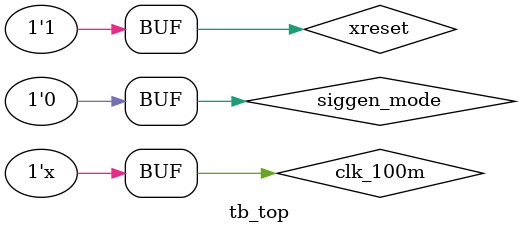
<source format=sv>
`timescale 1ps / 1ps

`define CYCLE_100M       10000  // 1 CYCLE 10.000ns

`default_nettype none

module tb_top;
  reg           clk_100m;
  reg           xreset;
  reg           siggen_mode;

  // ***** Parameter ******************************************************	  
  localparam  H_RAMP_MODE = 1'b0;
  localparam  V_RAMP_MODE = 1'b1;

  initial begin
    clk_100m = 1'b1;
    xreset = 1'b0;
    siggen_mode = H_RAMP_MODE;

    #1000000;

    xreset = 1'b1;
  end

  // ===== Generate Clock =================================================
  always #(`CYCLE_100M / 2) begin
    clk_100m = ~clk_100m;
  end

  // ======================================================================
  //  Instance u_siggen
  // ======================================================================
  wire		siggen_hd;
  wire		siggen_de;
  wire [ 7: 0]  siggen_d;

  siggen u_siggen
    (
     .clk	               ( clk_100m    ),
     .xreset                   ( xreset      ),
     .mode_sel		       ( siggen_mode ),
     .siggen_hd,
     .siggen_de,
     .siggen_d,
     );

  // ======================================================================
  //  Instance u_linemem
  // ======================================================================
  wire		linemem_hd;
  wire         	linemem_de;
  wire [ 7: 0]	linemem_qa;
  wire [ 7: 0] 	linemem_qb;

  linemem u_linemem
    (
     .rstx		( xreset	),
     .clk        	( clk_100m	),
     .hd    		( siggen_hd 	),
     .de    		( siggen_de 	),
     .d    		( siggen_d 	),
     .hdo		( linemem_hd	),
     .deo		( linemem_de	),
     .qa	       	( linemem_qa	),
     .qb		( linemem_qb	)
     );

endmodule

`default_nettype wire

</source>
